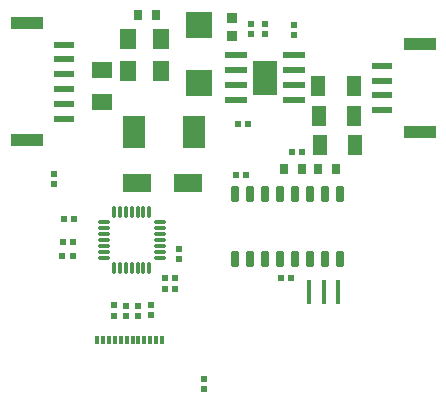
<source format=gtp>
G04*
G04 #@! TF.GenerationSoftware,Altium Limited,Altium Designer,21.6.1 (37)*
G04*
G04 Layer_Color=8421504*
%FSLAX44Y44*%
%MOMM*%
G71*
G04*
G04 #@! TF.SameCoordinates,5872C4F4-FB42-489D-B6BF-DE351544A3BA*
G04*
G04*
G04 #@! TF.FilePolarity,Positive*
G04*
G01*
G75*
%ADD16R,0.9300X0.8900*%
%ADD17R,0.6000X0.5600*%
%ADD18R,0.5400X0.6000*%
%ADD19R,0.7000X0.9000*%
%ADD20R,1.1500X1.8200*%
%ADD21R,1.9700X0.6000*%
%ADD22R,2.1300X3.0000*%
%ADD23R,2.3000X2.2000*%
%ADD24R,1.3800X1.8200*%
%ADD25R,1.9050X2.7940*%
%ADD26R,1.8200X1.3800*%
%ADD27R,2.3300X1.5600*%
G04:AMPARAMS|DCode=28|XSize=1.01mm|YSize=0.27mm|CornerRadius=0.0675mm|HoleSize=0mm|Usage=FLASHONLY|Rotation=90.000|XOffset=0mm|YOffset=0mm|HoleType=Round|Shape=RoundedRectangle|*
%AMROUNDEDRECTD28*
21,1,1.0100,0.1350,0,0,90.0*
21,1,0.8750,0.2700,0,0,90.0*
1,1,0.1350,0.0675,0.4375*
1,1,0.1350,0.0675,-0.4375*
1,1,0.1350,-0.0675,-0.4375*
1,1,0.1350,-0.0675,0.4375*
%
%ADD28ROUNDEDRECTD28*%
G04:AMPARAMS|DCode=29|XSize=1.01mm|YSize=0.27mm|CornerRadius=0.0675mm|HoleSize=0mm|Usage=FLASHONLY|Rotation=180.000|XOffset=0mm|YOffset=0mm|HoleType=Round|Shape=RoundedRectangle|*
%AMROUNDEDRECTD29*
21,1,1.0100,0.1350,0,0,180.0*
21,1,0.8750,0.2700,0,0,180.0*
1,1,0.1350,-0.4375,0.0675*
1,1,0.1350,0.4375,0.0675*
1,1,0.1350,0.4375,-0.0675*
1,1,0.1350,-0.4375,-0.0675*
%
%ADD29ROUNDEDRECTD29*%
%ADD30R,0.5600X0.6000*%
%ADD31R,0.6000X0.5400*%
%ADD32R,0.4000X2.0000*%
%ADD33R,0.3200X0.7000*%
G04:AMPARAMS|DCode=34|XSize=1.31mm|YSize=0.62mm|CornerRadius=0.0775mm|HoleSize=0mm|Usage=FLASHONLY|Rotation=90.000|XOffset=0mm|YOffset=0mm|HoleType=Round|Shape=RoundedRectangle|*
%AMROUNDEDRECTD34*
21,1,1.3100,0.4650,0,0,90.0*
21,1,1.1550,0.6200,0,0,90.0*
1,1,0.1550,0.2325,0.5775*
1,1,0.1550,0.2325,-0.5775*
1,1,0.1550,-0.2325,-0.5775*
1,1,0.1550,-0.2325,0.5775*
%
%ADD34ROUNDEDRECTD34*%
%ADD35R,2.7000X1.0000*%
%ADD36R,1.7000X0.6000*%
%ADD37R,1.7000X0.6000*%
%ADD38R,2.7000X1.0000*%
G36*
X332300Y211500D02*
X325300D01*
Y222900D01*
X332300D01*
Y211500D01*
D02*
G37*
G36*
X341700D02*
X334700D01*
Y222900D01*
X341700D01*
Y211500D01*
D02*
G37*
G36*
X332300Y225300D02*
X325300D01*
Y236700D01*
X332300D01*
Y225300D01*
D02*
G37*
G36*
X341700D02*
X334700D01*
Y236700D01*
X341700D01*
Y225300D01*
D02*
G37*
D16*
X305250Y274950D02*
D03*
Y259550D02*
D03*
D17*
X321500Y269600D02*
D03*
Y260900D02*
D03*
X333250D02*
D03*
Y269600D02*
D03*
X357500Y260150D02*
D03*
Y268850D02*
D03*
X155000Y142600D02*
D03*
Y133900D02*
D03*
X215500Y31350D02*
D03*
Y22650D02*
D03*
X205250Y31600D02*
D03*
Y22900D02*
D03*
X226250Y31350D02*
D03*
Y22650D02*
D03*
X260500Y70400D02*
D03*
Y79100D02*
D03*
X281500Y-30650D02*
D03*
Y-39350D02*
D03*
D18*
X310180Y185000D02*
D03*
X318820D02*
D03*
X364820Y161250D02*
D03*
X356180D02*
D03*
X257570Y55000D02*
D03*
X248930D02*
D03*
Y45250D02*
D03*
X257570D02*
D03*
X355570Y54750D02*
D03*
X346930D02*
D03*
X308680Y142000D02*
D03*
X317320D02*
D03*
D19*
X364500Y147000D02*
D03*
X349500D02*
D03*
X378500Y147000D02*
D03*
X393500D02*
D03*
X226000Y277500D02*
D03*
X241000D02*
D03*
D20*
X379900Y167500D02*
D03*
X409600D02*
D03*
X379050Y191750D02*
D03*
X408750D02*
D03*
X378650Y217250D02*
D03*
X408350D02*
D03*
D21*
X358250Y205050D02*
D03*
Y217750D02*
D03*
Y230450D02*
D03*
Y243150D02*
D03*
X308750D02*
D03*
Y230450D02*
D03*
Y217750D02*
D03*
Y205050D02*
D03*
D22*
X333500Y224100D02*
D03*
D23*
X277250Y220000D02*
D03*
Y269000D02*
D03*
D24*
X244940Y256750D02*
D03*
X217560D02*
D03*
X244940Y229750D02*
D03*
X217560D02*
D03*
D25*
X222600Y178750D02*
D03*
X273400D02*
D03*
D26*
X195000Y203560D02*
D03*
Y230940D02*
D03*
D27*
X267900Y134750D02*
D03*
X225100D02*
D03*
D28*
X205480Y63420D02*
D03*
X210480D02*
D03*
X215480D02*
D03*
X220480D02*
D03*
X225480D02*
D03*
X230480D02*
D03*
X235480D02*
D03*
Y110620D02*
D03*
X230480D02*
D03*
X225480D02*
D03*
X220480D02*
D03*
X215480D02*
D03*
X210480D02*
D03*
X205480D02*
D03*
D29*
X244080Y72020D02*
D03*
Y77020D02*
D03*
Y82020D02*
D03*
Y87020D02*
D03*
Y92020D02*
D03*
Y97020D02*
D03*
Y102020D02*
D03*
X196880D02*
D03*
Y97020D02*
D03*
Y92020D02*
D03*
Y87020D02*
D03*
Y82020D02*
D03*
Y77020D02*
D03*
Y72020D02*
D03*
D30*
X163150Y105000D02*
D03*
X171850D02*
D03*
X162400Y85500D02*
D03*
X171100D02*
D03*
X161900Y73000D02*
D03*
X170600D02*
D03*
D31*
X237000Y31820D02*
D03*
Y23180D02*
D03*
D32*
X395000Y43250D02*
D03*
X383000D02*
D03*
X371000D02*
D03*
D33*
X246250Y2100D02*
D03*
X241250D02*
D03*
X236250D02*
D03*
X231250D02*
D03*
X226250D02*
D03*
X221250D02*
D03*
X216250D02*
D03*
X211250D02*
D03*
X206250D02*
D03*
X201250D02*
D03*
X196250D02*
D03*
X191250D02*
D03*
D34*
X320500Y70500D02*
D03*
X345900Y125500D02*
D03*
X307800Y70500D02*
D03*
X333200D02*
D03*
X345900D02*
D03*
X333200Y125500D02*
D03*
X358600D02*
D03*
X371300D02*
D03*
Y70500D02*
D03*
X396700Y125500D02*
D03*
X358600Y70500D02*
D03*
X384000D02*
D03*
Y125500D02*
D03*
X396700Y70500D02*
D03*
X320500Y125500D02*
D03*
X307800D02*
D03*
D35*
X464250Y178250D02*
D03*
Y252750D02*
D03*
D36*
X432250Y209250D02*
D03*
Y196750D02*
D03*
Y221750D02*
D03*
Y234250D02*
D03*
D37*
X163500Y252250D02*
D03*
Y239750D02*
D03*
Y227250D02*
D03*
Y214750D02*
D03*
Y202250D02*
D03*
Y189750D02*
D03*
D38*
X131500Y171250D02*
D03*
Y270750D02*
D03*
M02*

</source>
